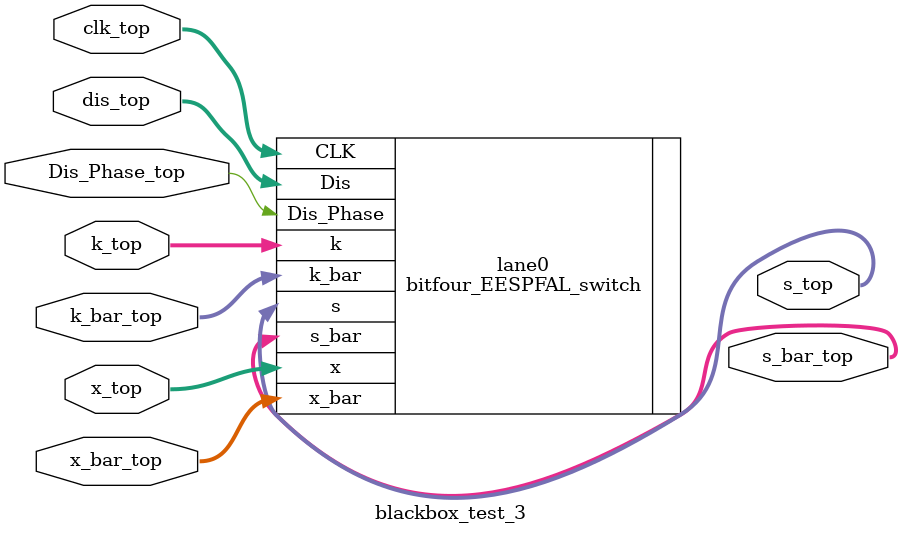
<source format=v>
module blackbox_test_3(
`ifdef USE_POWER_PINS	
	inout vdda1,
	inout GND_GPIO_top,
`endif
	input [BIT_SIZE-1:0] clk_top,
	input [BIT_SIZE-1:0] dis_top,
	input [BIT_SIZE-1:0] x_top,
	input [BIT_SIZE-1:0] x_bar_top,
	input [BIT_SIZE-1:0] k_top,
	input [BIT_SIZE-1:0] k_bar_top,

	output [BIT_SIZE-1:0] s_top,
	output [BIT_SIZE-1:0] s_bar_top,
	input Dis_Phase_top
	//inout GND_GPIO_top
);

parameter BIT_SIZE = 4;

bitfour_EESPFAL_switch lane0 (
`ifdef USE_POWER_PINS	
	.vdda1(vdda1), 
	.GND_GPIO(GND_GPIO_top), //Floating GND pin to trick OpenLane
`endif
	.s(s_top[3:0]),
	.s_bar(s_bar_top[3:0]),
	.x(x_top[3:0]),
	.x_bar(x_bar_top[3:0]),
	.k(k_top[3:0]),
	.k_bar(k_bar_top[3:0]),
	.CLK(clk_top[3:0]),
	.Dis(dis_top[3:0]),
	.Dis_Phase(Dis_Phase_top)
	//.GND_GPIO(GND_GPIO_top)
);	
endmodule

</source>
